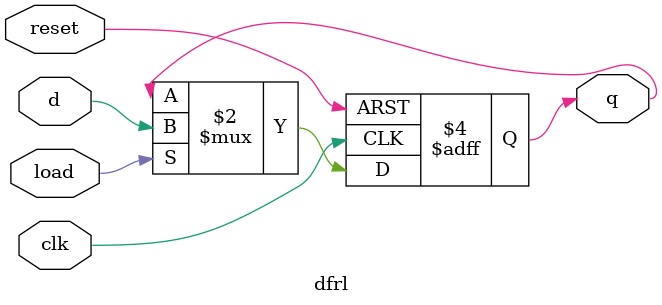
<source format=v>
module dfrl (
    input wire clk,
    input wire reset,
    input wire load,
    input wire d,
    output reg q
);

always @(posedge clk or posedge reset) begin
    if (reset) begin
        q <= 1'b0;
    end else if (load) begin
        q <= d;
    end
end

endmodule
</source>
